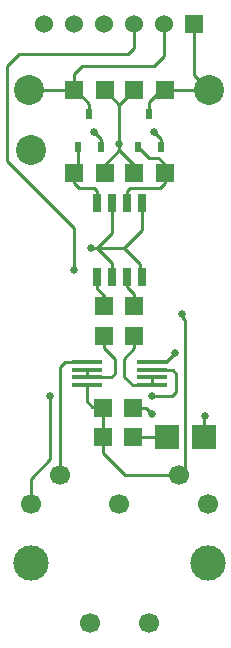
<source format=gbr>
G04 #@! TF.FileFunction,Copper,L1,Top,Signal*
%FSLAX46Y46*%
G04 Gerber Fmt 4.6, Leading zero omitted, Abs format (unit mm)*
G04 Created by KiCad (PCBNEW no-vcs-found-product) date Fri 17 Jul 2015 01:59:30 PM CDT*
%MOMM*%
G01*
G04 APERTURE LIST*
%ADD10C,0.100000*%
%ADD11R,2.000000X2.000000*%
%ADD12R,1.524000X1.524000*%
%ADD13C,1.524000*%
%ADD14R,0.600000X0.900000*%
%ADD15R,1.600000X1.500000*%
%ADD16R,1.500000X1.600000*%
%ADD17C,2.540000*%
%ADD18R,2.500000X0.450000*%
%ADD19R,0.700000X1.600000*%
%ADD20C,1.700000*%
%ADD21C,3.000000*%
%ADD22C,0.635000*%
%ADD23C,0.250000*%
G04 APERTURE END LIST*
D10*
D11*
X130226000Y-107442000D03*
X133426000Y-107442000D03*
D12*
X132588000Y-72517000D03*
D13*
X130048000Y-72517000D03*
X127508000Y-72517000D03*
X124968000Y-72517000D03*
X122428000Y-72517000D03*
X119888000Y-72517000D03*
D14*
X128778000Y-80134000D03*
X129728000Y-82934000D03*
X127828000Y-82934000D03*
X123698000Y-80134000D03*
X124648000Y-82934000D03*
X122748000Y-82934000D03*
D15*
X124811000Y-107442000D03*
X127411000Y-107442000D03*
D16*
X127508000Y-96363000D03*
X127508000Y-98963000D03*
X124968000Y-96363000D03*
X124968000Y-98963000D03*
D15*
X127478000Y-85090000D03*
X130078000Y-85090000D03*
X124998000Y-85090000D03*
X122398000Y-85090000D03*
X127478000Y-78105000D03*
X130078000Y-78105000D03*
X124998000Y-78105000D03*
X122398000Y-78105000D03*
D17*
X133858000Y-78105000D03*
X118618000Y-78105000D03*
X118745000Y-83185000D03*
D18*
X128963000Y-103083000D03*
X128963000Y-102433000D03*
X128963000Y-101783000D03*
X128963000Y-101133000D03*
X123513000Y-101133000D03*
X123513000Y-101783000D03*
X123513000Y-102433000D03*
X123513000Y-103083000D03*
D19*
X124333000Y-93905000D03*
X125603000Y-93905000D03*
X126873000Y-93905000D03*
X128143000Y-93905000D03*
X128143000Y-87705000D03*
X126873000Y-87705000D03*
X125603000Y-87705000D03*
X124333000Y-87705000D03*
D15*
X127411000Y-105029000D03*
X124811000Y-105029000D03*
D20*
X133738000Y-113190000D03*
X126238000Y-113190000D03*
X118738000Y-113190000D03*
X131238000Y-110690000D03*
X121238000Y-110690000D03*
X128738000Y-123190000D03*
X123738000Y-123190000D03*
D21*
X133738000Y-118190000D03*
X118738000Y-118190000D03*
D22*
X126238000Y-82677000D03*
X129032000Y-105537000D03*
X130937000Y-100330000D03*
X129159000Y-81661000D03*
X124079000Y-81661000D03*
X123825000Y-91440000D03*
X133477000Y-105664000D03*
X131508500Y-97091500D03*
X122428000Y-93345000D03*
X129032000Y-104013000D03*
X120396000Y-104013000D03*
D23*
X127478000Y-78105000D02*
X126238000Y-79345000D01*
X126238000Y-79345000D02*
X126238000Y-79502000D01*
X126238000Y-83185000D02*
X126238000Y-82677000D01*
X126238000Y-82677000D02*
X126238000Y-81534000D01*
X126238000Y-81534000D02*
X126238000Y-79502000D01*
X126238000Y-79502000D02*
X126238000Y-79345000D01*
X126238000Y-79345000D02*
X124998000Y-78105000D01*
X127478000Y-85090000D02*
X127478000Y-84425000D01*
X127478000Y-84425000D02*
X126238000Y-83185000D01*
X124998000Y-85090000D02*
X124998000Y-84425000D01*
X124998000Y-84425000D02*
X126238000Y-83185000D01*
X127411000Y-105029000D02*
X128524000Y-105029000D01*
X128524000Y-105029000D02*
X129032000Y-105537000D01*
X128963000Y-101133000D02*
X130134000Y-101133000D01*
X130134000Y-101133000D02*
X130937000Y-100330000D01*
X126619000Y-91440000D02*
X128016000Y-92837000D01*
X128016000Y-92837000D02*
X128016000Y-93778000D01*
X128016000Y-93778000D02*
X128143000Y-93905000D01*
X129728000Y-82934000D02*
X129728000Y-82230000D01*
X129728000Y-82230000D02*
X129159000Y-81661000D01*
X124648000Y-82934000D02*
X124648000Y-82230000D01*
X124648000Y-82230000D02*
X124079000Y-81661000D01*
X128143000Y-87705000D02*
X128143000Y-89916000D01*
X128143000Y-89916000D02*
X126619000Y-91440000D01*
X125603000Y-87705000D02*
X125603000Y-90170000D01*
X125603000Y-90170000D02*
X124333000Y-91440000D01*
X126619000Y-91440000D02*
X124333000Y-91440000D01*
X125603000Y-93905000D02*
X125603000Y-92710000D01*
X124333000Y-91440000D02*
X123825000Y-91440000D01*
X125603000Y-92710000D02*
X124333000Y-91440000D01*
X133426000Y-107442000D02*
X133426000Y-105715000D01*
X133426000Y-105715000D02*
X133477000Y-105664000D01*
X131826000Y-110102000D02*
X131826000Y-97536000D01*
X131572000Y-97282000D02*
X131826000Y-97536000D01*
X131572000Y-97155000D02*
X131572000Y-97282000D01*
X131572000Y-97155000D02*
X131508500Y-97091500D01*
X131826000Y-110102000D02*
X131238000Y-110690000D01*
X124811000Y-104902000D02*
X124811000Y-107442000D01*
X123952000Y-104902000D02*
X124811000Y-104902000D01*
X123513000Y-104463000D02*
X123952000Y-104902000D01*
X124811000Y-107442000D02*
X124811000Y-108809000D01*
X124811000Y-108809000D02*
X126692000Y-110690000D01*
X126692000Y-110690000D02*
X131238000Y-110690000D01*
X123513000Y-103083000D02*
X123513000Y-104463000D01*
X127411000Y-107442000D02*
X130226000Y-107442000D01*
X132588000Y-72517000D02*
X132588000Y-76835000D01*
X132588000Y-76835000D02*
X133858000Y-78105000D01*
X133858000Y-78105000D02*
X130078000Y-78105000D01*
X128778000Y-80134000D02*
X128778000Y-79121000D01*
X128778000Y-79121000D02*
X129794000Y-78105000D01*
X129794000Y-78105000D02*
X130078000Y-78105000D01*
X122398000Y-78105000D02*
X122398000Y-76738000D01*
X130048000Y-75184000D02*
X130048000Y-72517000D01*
X129159000Y-76073000D02*
X130048000Y-75184000D01*
X123063000Y-76073000D02*
X129159000Y-76073000D01*
X122398000Y-76738000D02*
X123063000Y-76073000D01*
X118618000Y-78105000D02*
X122398000Y-78105000D01*
X123698000Y-80134000D02*
X123698000Y-79248000D01*
X123698000Y-79248000D02*
X122555000Y-78105000D01*
X122555000Y-78105000D02*
X122398000Y-78105000D01*
X122428000Y-89789000D02*
X116713000Y-84074000D01*
X127508000Y-74549000D02*
X127000000Y-75057000D01*
X127000000Y-75057000D02*
X117729000Y-75057000D01*
X117729000Y-75057000D02*
X116713000Y-76073000D01*
X116713000Y-76073000D02*
X116713000Y-84074000D01*
X127508000Y-72517000D02*
X127508000Y-74549000D01*
X122428000Y-93345000D02*
X122428000Y-89789000D01*
X120396000Y-104013000D02*
X120396000Y-109347000D01*
X120396000Y-109347000D02*
X118738000Y-111005000D01*
X118738000Y-111005000D02*
X118738000Y-113190000D01*
X131064000Y-103632000D02*
X130683000Y-104013000D01*
X130683000Y-104013000D02*
X129032000Y-104013000D01*
X130739000Y-101783000D02*
X128963000Y-101783000D01*
X130739000Y-101783000D02*
X131064000Y-102108000D01*
X131064000Y-102108000D02*
X131064000Y-103632000D01*
X120396000Y-103886000D02*
X120396000Y-104013000D01*
X118832000Y-113284000D02*
X118738000Y-113190000D01*
X123513000Y-101133000D02*
X121625000Y-101133000D01*
X121238000Y-101520000D02*
X121238000Y-110690000D01*
X121625000Y-101133000D02*
X121238000Y-101520000D01*
X130078000Y-85090000D02*
X130078000Y-84358000D01*
X130078000Y-84358000D02*
X129540000Y-83820000D01*
X128714000Y-83820000D02*
X127828000Y-82934000D01*
X129540000Y-83820000D02*
X128714000Y-83820000D01*
X130078000Y-85949000D02*
X130078000Y-85090000D01*
X129667000Y-86360000D02*
X130078000Y-85949000D01*
X127127000Y-86360000D02*
X129667000Y-86360000D01*
X127828000Y-82934000D02*
X127828000Y-82997000D01*
X129921000Y-85090000D02*
X130078000Y-85090000D01*
X126873000Y-86614000D02*
X127127000Y-86360000D01*
X126873000Y-87705000D02*
X126873000Y-86614000D01*
X124333000Y-87705000D02*
X124333000Y-86614000D01*
X124333000Y-86614000D02*
X124079000Y-86360000D01*
X124333000Y-87705000D02*
X124333000Y-86995000D01*
X124079000Y-86360000D02*
X122809000Y-86360000D01*
X122809000Y-86360000D02*
X122398000Y-85949000D01*
X122398000Y-85949000D02*
X122398000Y-85090000D01*
X122428000Y-85090000D02*
X122398000Y-85090000D01*
X122748000Y-82934000D02*
X122748000Y-84740000D01*
X122748000Y-84740000D02*
X122398000Y-85090000D01*
X127508000Y-96363000D02*
X127508000Y-95377000D01*
X127508000Y-95377000D02*
X126873000Y-94742000D01*
X126873000Y-94742000D02*
X126873000Y-93905000D01*
X128963000Y-103083000D02*
X127340000Y-103083000D01*
X127508000Y-99949000D02*
X127508000Y-98963000D01*
X126619000Y-100838000D02*
X127508000Y-99949000D01*
X126619000Y-102362000D02*
X126619000Y-100838000D01*
X127340000Y-103083000D02*
X126619000Y-102362000D01*
X127127000Y-99344000D02*
X127508000Y-98963000D01*
X128963000Y-102433000D02*
X128963000Y-103083000D01*
X124333000Y-94869000D02*
X124333000Y-93905000D01*
X124968000Y-95504000D02*
X124333000Y-94869000D01*
X124968000Y-96363000D02*
X124968000Y-95504000D01*
X123513000Y-102433000D02*
X125532000Y-102433000D01*
X124968000Y-99949000D02*
X124968000Y-98963000D01*
X125857000Y-100838000D02*
X124968000Y-99949000D01*
X125857000Y-102108000D02*
X125857000Y-100838000D01*
X125532000Y-102433000D02*
X125857000Y-102108000D01*
X125349000Y-99344000D02*
X124968000Y-98963000D01*
X123513000Y-101783000D02*
X123513000Y-102433000D01*
M02*

</source>
